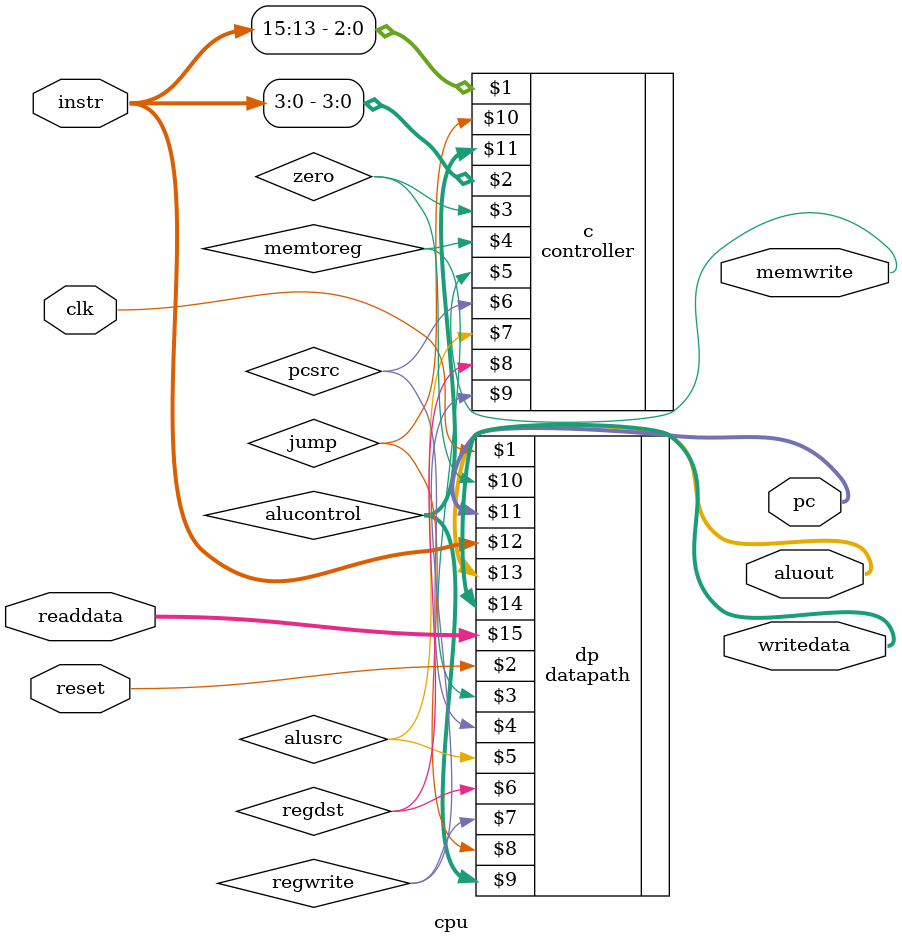
<source format=sv>
`ifndef CPU
`define CPU

`include "../datapath/datapath.sv"
`include "../controller/controller.sv"

module cpu
    #(parameter n = 16)(
    //
    // ---------------- PORT DEFINITIONS ----------------
    //
    input logic clk, reset,
    output logic [(n-1):0] pc,
    input logic [(n-1):0] instr,
    output logic memwrite,
    output logic [(n-1):0] aluout, writedata,
    input logic [(n-1):0] readdata
);
    //
    // ---------------- MODULE DESIGN IMPLEMENTATION ----------------
    //
    logic memtoreg, alusrc, regdst,
    regwrite, jump, pcsrc, zero;
    logic [3:0] alucontrol;

    // MIPS controller
    controller c(
        instr[15:13], instr[3:0], zero,
        memtoreg, memwrite, pcsrc,
        alusrc, regdst, regwrite,
        jump, alucontrol);

    // MIPS datapath
    datapath dp(
        clk, reset, memtoreg,
        pcsrc, alusrc, regdst,
        regwrite, jump, alucontrol,
        zero, pc, instr,
        aluout, writedata, readdata);

endmodule

`endif // CPU
</source>
